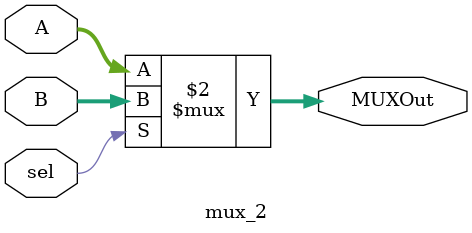
<source format=v>
module mux_2 (
    A, B, sel, MUXOut
);
    input [31:0] A, B;
    input sel;
    output wire [31:0] MUXOut;
    /////////////////////////////////////////
    assign MUXOut = (sel == 1'b0) ? A : B;
endmodule
</source>
